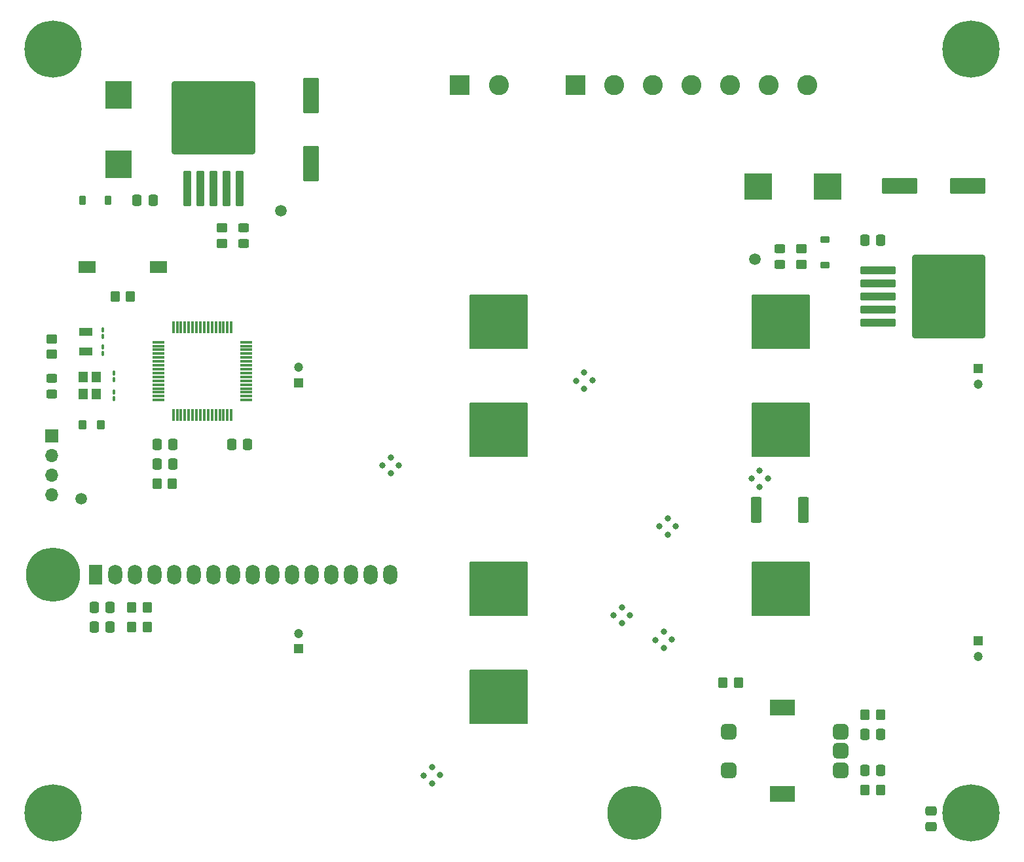
<source format=gbr>
%TF.GenerationSoftware,KiCad,Pcbnew,7.0.10*%
%TF.CreationDate,2024-06-18T13:30:52+03:00*%
%TF.ProjectId,driver-bridge-side,64726976-6572-42d6-9272-696467652d73,rev?*%
%TF.SameCoordinates,Original*%
%TF.FileFunction,Soldermask,Top*%
%TF.FilePolarity,Negative*%
%FSLAX46Y46*%
G04 Gerber Fmt 4.6, Leading zero omitted, Abs format (unit mm)*
G04 Created by KiCad (PCBNEW 7.0.10) date 2024-06-18 13:30:52*
%MOMM*%
%LPD*%
G01*
G04 APERTURE LIST*
G04 Aperture macros list*
%AMRoundRect*
0 Rectangle with rounded corners*
0 $1 Rounding radius*
0 $2 $3 $4 $5 $6 $7 $8 $9 X,Y pos of 4 corners*
0 Add a 4 corners polygon primitive as box body*
4,1,4,$2,$3,$4,$5,$6,$7,$8,$9,$2,$3,0*
0 Add four circle primitives for the rounded corners*
1,1,$1+$1,$2,$3*
1,1,$1+$1,$4,$5*
1,1,$1+$1,$6,$7*
1,1,$1+$1,$8,$9*
0 Add four rect primitives between the rounded corners*
20,1,$1+$1,$2,$3,$4,$5,0*
20,1,$1+$1,$4,$5,$6,$7,0*
20,1,$1+$1,$6,$7,$8,$9,0*
20,1,$1+$1,$8,$9,$2,$3,0*%
G04 Aperture macros list end*
%ADD10C,0.200000*%
%ADD11C,0.800000*%
%ADD12C,1.500000*%
%ADD13RoundRect,0.250000X-0.350000X-0.450000X0.350000X-0.450000X0.350000X0.450000X-0.350000X0.450000X0*%
%ADD14RoundRect,0.250000X-0.337500X-0.475000X0.337500X-0.475000X0.337500X0.475000X-0.337500X0.475000X0*%
%ADD15R,1.800000X1.000000*%
%ADD16RoundRect,0.250000X-0.450000X0.325000X-0.450000X-0.325000X0.450000X-0.325000X0.450000X0.325000X0*%
%ADD17RoundRect,0.250000X0.450000X-0.325000X0.450000X0.325000X-0.450000X0.325000X-0.450000X-0.325000X0*%
%ADD18RoundRect,0.250000X0.350000X0.450000X-0.350000X0.450000X-0.350000X-0.450000X0.350000X-0.450000X0*%
%ADD19RoundRect,0.250000X0.337500X0.475000X-0.337500X0.475000X-0.337500X-0.475000X0.337500X-0.475000X0*%
%ADD20C,7.000000*%
%ADD21C,7.400000*%
%ADD22RoundRect,0.250000X-0.475000X0.337500X-0.475000X-0.337500X0.475000X-0.337500X0.475000X0.337500X0*%
%ADD23RoundRect,0.250000X0.450000X-0.350000X0.450000X0.350000X-0.450000X0.350000X-0.450000X-0.350000X0*%
%ADD24RoundRect,0.225000X0.375000X-0.225000X0.375000X0.225000X-0.375000X0.225000X-0.375000X-0.225000X0*%
%ADD25RoundRect,0.250001X0.799999X-2.049999X0.799999X2.049999X-0.799999X2.049999X-0.799999X-2.049999X0*%
%ADD26RoundRect,0.225000X0.225000X0.375000X-0.225000X0.375000X-0.225000X-0.375000X0.225000X-0.375000X0*%
%ADD27R,1.200000X1.400000*%
%ADD28R,1.700000X1.700000*%
%ADD29O,1.700000X1.700000*%
%ADD30RoundRect,0.250001X-2.049999X-0.799999X2.049999X-0.799999X2.049999X0.799999X-2.049999X0.799999X0*%
%ADD31R,2.180000X1.600000*%
%ADD32RoundRect,0.250000X0.300000X-2.050000X0.300000X2.050000X-0.300000X2.050000X-0.300000X-2.050000X0*%
%ADD33RoundRect,0.250002X5.149998X-4.449998X5.149998X4.449998X-5.149998X4.449998X-5.149998X-4.449998X0*%
%ADD34RoundRect,0.249999X0.450001X1.425001X-0.450001X1.425001X-0.450001X-1.425001X0.450001X-1.425001X0*%
%ADD35RoundRect,0.250000X-2.050000X-0.300000X2.050000X-0.300000X2.050000X0.300000X-2.050000X0.300000X0*%
%ADD36RoundRect,0.250002X-4.449998X-5.149998X4.449998X-5.149998X4.449998X5.149998X-4.449998X5.149998X0*%
%ADD37R,3.200000X2.000000*%
%ADD38RoundRect,0.500000X0.500000X0.500000X-0.500000X0.500000X-0.500000X-0.500000X0.500000X-0.500000X0*%
%ADD39RoundRect,0.100000X0.100000X-0.217500X0.100000X0.217500X-0.100000X0.217500X-0.100000X-0.217500X0*%
%ADD40RoundRect,0.075000X-0.700000X-0.075000X0.700000X-0.075000X0.700000X0.075000X-0.700000X0.075000X0*%
%ADD41RoundRect,0.075000X-0.075000X-0.700000X0.075000X-0.700000X0.075000X0.700000X-0.075000X0.700000X0*%
%ADD42RoundRect,0.250000X-0.275000X-0.350000X0.275000X-0.350000X0.275000X0.350000X-0.275000X0.350000X0*%
%ADD43R,1.800000X2.600000*%
%ADD44O,1.800000X2.600000*%
%ADD45R,3.500000X3.550000*%
%ADD46R,3.550000X3.500000*%
%ADD47R,2.600000X2.600000*%
%ADD48C,2.600000*%
%ADD49R,1.200000X1.200000*%
%ADD50C,1.200000*%
G04 APERTURE END LIST*
D10*
X107950000Y-49403000D02*
X115316000Y-49403000D01*
X115316000Y-56261000D01*
X107950000Y-56261000D01*
X107950000Y-49403000D01*
G36*
X107950000Y-49403000D02*
G01*
X115316000Y-49403000D01*
X115316000Y-56261000D01*
X107950000Y-56261000D01*
X107950000Y-49403000D01*
G37*
X71501000Y-83947000D02*
X78867000Y-83947000D01*
X78867000Y-90805000D01*
X71501000Y-90805000D01*
X71501000Y-83947000D01*
G36*
X71501000Y-83947000D02*
G01*
X78867000Y-83947000D01*
X78867000Y-90805000D01*
X71501000Y-90805000D01*
X71501000Y-83947000D01*
G37*
X71501000Y-63373000D02*
X78867000Y-63373000D01*
X78867000Y-70231000D01*
X71501000Y-70231000D01*
X71501000Y-63373000D01*
G36*
X71501000Y-63373000D02*
G01*
X78867000Y-63373000D01*
X78867000Y-70231000D01*
X71501000Y-70231000D01*
X71501000Y-63373000D01*
G37*
X107950000Y-83947000D02*
X115316000Y-83947000D01*
X115316000Y-90805000D01*
X107950000Y-90805000D01*
X107950000Y-83947000D01*
G36*
X107950000Y-83947000D02*
G01*
X115316000Y-83947000D01*
X115316000Y-90805000D01*
X107950000Y-90805000D01*
X107950000Y-83947000D01*
G37*
X71501000Y-49403000D02*
X78867000Y-49403000D01*
X78867000Y-56261000D01*
X71501000Y-56261000D01*
X71501000Y-49403000D01*
G36*
X71501000Y-49403000D02*
G01*
X78867000Y-49403000D01*
X78867000Y-56261000D01*
X71501000Y-56261000D01*
X71501000Y-49403000D01*
G37*
X107950000Y-63373000D02*
X115316000Y-63373000D01*
X115316000Y-70231000D01*
X107950000Y-70231000D01*
X107950000Y-63373000D01*
G36*
X107950000Y-63373000D02*
G01*
X115316000Y-63373000D01*
X115316000Y-70231000D01*
X107950000Y-70231000D01*
X107950000Y-63373000D01*
G37*
X71501000Y-97917000D02*
X78867000Y-97917000D01*
X78867000Y-104775000D01*
X71501000Y-104775000D01*
X71501000Y-97917000D01*
G36*
X71501000Y-97917000D02*
G01*
X78867000Y-97917000D01*
X78867000Y-104775000D01*
X71501000Y-104775000D01*
X71501000Y-97917000D01*
G37*
D11*
%TO.C,*%
X86212764Y-59398144D03*
%TD*%
%TO.C,*%
X96520000Y-94996000D03*
%TD*%
D12*
%TO.C,J6*%
X21209000Y-75692000D03*
%TD*%
D11*
%TO.C,*%
X98074703Y-79246604D03*
%TD*%
D13*
%TO.C,R17*%
X25550000Y-49530000D03*
X27550000Y-49530000D03*
%TD*%
D14*
%TO.C,C32*%
X22860472Y-92275691D03*
X24935472Y-92275691D03*
%TD*%
D11*
%TO.C,*%
X97038467Y-80314939D03*
%TD*%
D14*
%TO.C,C36*%
X122508100Y-106172000D03*
X124583100Y-106172000D03*
%TD*%
D15*
%TO.C,Y2*%
X21750000Y-56622000D03*
X21750000Y-54122000D03*
%TD*%
D14*
%TO.C,C28*%
X40612500Y-68707000D03*
X42687500Y-68707000D03*
%TD*%
D16*
%TO.C,D3*%
X111506000Y-43335000D03*
X111506000Y-45385000D03*
%TD*%
D13*
%TO.C,R18*%
X27707972Y-92275691D03*
X29707972Y-92275691D03*
%TD*%
D17*
%TO.C,D25*%
X17388877Y-62189333D03*
X17388877Y-60139333D03*
%TD*%
D18*
%TO.C,R19*%
X29707972Y-89735691D03*
X27707972Y-89735691D03*
%TD*%
D19*
%TO.C,C33*%
X24935472Y-89735691D03*
X22860472Y-89735691D03*
%TD*%
D11*
%TO.C,*%
X95970829Y-79270155D03*
%TD*%
D20*
%TO.C,H5*%
X17526000Y-85525300D03*
%TD*%
D11*
%TO.C,V*%
X90022763Y-90766097D03*
%TD*%
%TO.C,H2*%
X14751000Y-17526000D03*
X15563779Y-15563779D03*
X15563779Y-19488221D03*
X17526000Y-14751000D03*
D21*
X17526000Y-17526000D03*
D11*
X17526000Y-20301000D03*
X19488221Y-15563779D03*
X19488221Y-19488221D03*
X20301000Y-17526000D03*
%TD*%
D20*
%TO.C,H6*%
X92710000Y-116332000D03*
%TD*%
D11*
%TO.C,V*%
X91090401Y-91810881D03*
%TD*%
D14*
%TO.C,C31*%
X30972500Y-71247000D03*
X33047500Y-71247000D03*
%TD*%
D22*
%TO.C,C4*%
X131064000Y-116056500D03*
X131064000Y-118131500D03*
%TD*%
D11*
%TO.C,H4*%
X133496000Y-116332000D03*
X134308779Y-114369779D03*
X134308779Y-118294221D03*
X136271000Y-113557000D03*
D21*
X136271000Y-116332000D03*
D11*
X136271000Y-119107000D03*
X138233221Y-114369779D03*
X138233221Y-118294221D03*
X139046000Y-116332000D03*
%TD*%
D12*
%TO.C,J3*%
X46990000Y-38475000D03*
%TD*%
D13*
%TO.C,R16*%
X30980000Y-73787000D03*
X32980000Y-73787000D03*
%TD*%
D11*
%TO.C,*%
X62253027Y-71341115D03*
%TD*%
%TO.C,V*%
X91079934Y-89727942D03*
%TD*%
D23*
%TO.C,R14*%
X17399000Y-57007000D03*
X17399000Y-55007000D03*
%TD*%
%TO.C,R1*%
X114300000Y-45360000D03*
X114300000Y-43360000D03*
%TD*%
D24*
%TO.C,D1*%
X117348000Y-45465000D03*
X117348000Y-42165000D03*
%TD*%
D13*
%TO.C,R20*%
X122545600Y-113385600D03*
X124545600Y-113385600D03*
%TD*%
D25*
%TO.C,C6*%
X50927000Y-32334000D03*
X50927000Y-23534000D03*
%TD*%
D14*
%TO.C,C2*%
X122484867Y-42286845D03*
X124559867Y-42286845D03*
%TD*%
D26*
%TO.C,D2*%
X24645000Y-37084000D03*
X21345000Y-37084000D03*
%TD*%
D13*
%TO.C,R21*%
X122545600Y-103632000D03*
X124545600Y-103632000D03*
%TD*%
D27*
%TO.C,Y1*%
X23150000Y-62187000D03*
X23150000Y-59987000D03*
X21450000Y-59987000D03*
X21450000Y-62187000D03*
%TD*%
D11*
%TO.C,H3*%
X133496000Y-17526000D03*
X134308779Y-15563779D03*
X134308779Y-19488221D03*
X136271000Y-14751000D03*
D21*
X136271000Y-17526000D03*
D11*
X136271000Y-20301000D03*
X138233221Y-15563779D03*
X138233221Y-19488221D03*
X139046000Y-17526000D03*
%TD*%
%TO.C,*%
X109952047Y-73087965D03*
%TD*%
D28*
%TO.C,J7*%
X17399000Y-67574000D03*
D29*
X17399000Y-70114000D03*
X17399000Y-72654000D03*
X17399000Y-75194000D03*
%TD*%
D30*
%TO.C,C5*%
X127000000Y-35200940D03*
X135800000Y-35200940D03*
%TD*%
D31*
%TO.C,SW1*%
X21960000Y-45720000D03*
X31140000Y-45720000D03*
%TD*%
D11*
%TO.C,*%
X97028000Y-78232000D03*
%TD*%
D18*
%TO.C,R22*%
X106150600Y-99530600D03*
X104150600Y-99530600D03*
%TD*%
D11*
%TO.C,*%
X66540499Y-110449266D03*
%TD*%
D32*
%TO.C,U2*%
X34846000Y-35554000D03*
X36546000Y-35554000D03*
X38246000Y-35554000D03*
D33*
X38246000Y-26404000D03*
D32*
X39946000Y-35554000D03*
X41646000Y-35554000D03*
%TD*%
D34*
%TO.C,R7*%
X114529210Y-77162421D03*
X108429210Y-77162421D03*
%TD*%
D11*
%TO.C,*%
X65483328Y-111487421D03*
%TD*%
%TO.C,*%
X107848173Y-73111516D03*
%TD*%
%TO.C,V*%
X92126637Y-90742546D03*
%TD*%
D35*
%TO.C,U1*%
X124200000Y-46130000D03*
X124200000Y-47830000D03*
X124200000Y-49530000D03*
D36*
X133350000Y-49530000D03*
D35*
X124200000Y-51230000D03*
X124200000Y-52930000D03*
%TD*%
D23*
%TO.C,R2*%
X39364000Y-42650000D03*
X39364000Y-40650000D03*
%TD*%
D11*
%TO.C,*%
X61206324Y-70326511D03*
%TD*%
%TO.C,*%
X97556236Y-93927665D03*
%TD*%
%TO.C,*%
X87259467Y-60412748D03*
%TD*%
%TO.C,*%
X108915811Y-74156300D03*
%TD*%
%TO.C,*%
X61216791Y-72409450D03*
%TD*%
D16*
%TO.C,D4*%
X42164000Y-40625000D03*
X42164000Y-42675000D03*
%TD*%
D11*
%TO.C,*%
X85155593Y-60436299D03*
%TD*%
D37*
%TO.C,SW2*%
X111865600Y-113905600D03*
X111865600Y-102705600D03*
D38*
X119365600Y-110805600D03*
X119365600Y-105805600D03*
X119365600Y-108305600D03*
X104865600Y-105805600D03*
X104865600Y-110805600D03*
%TD*%
D39*
%TO.C,C22*%
X25400000Y-60274500D03*
X25400000Y-59459500D03*
%TD*%
D40*
%TO.C,U9*%
X31155000Y-55432000D03*
X31155000Y-55932000D03*
X31155000Y-56432000D03*
X31155000Y-56932000D03*
X31155000Y-57432000D03*
X31155000Y-57932000D03*
X31155000Y-58432000D03*
X31155000Y-58932000D03*
X31155000Y-59432000D03*
X31155000Y-59932000D03*
X31155000Y-60432000D03*
X31155000Y-60932000D03*
X31155000Y-61432000D03*
X31155000Y-61932000D03*
X31155000Y-62432000D03*
X31155000Y-62932000D03*
D41*
X33080000Y-64857000D03*
X33580000Y-64857000D03*
X34080000Y-64857000D03*
X34580000Y-64857000D03*
X35080000Y-64857000D03*
X35580000Y-64857000D03*
X36080000Y-64857000D03*
X36580000Y-64857000D03*
X37080000Y-64857000D03*
X37580000Y-64857000D03*
X38080000Y-64857000D03*
X38580000Y-64857000D03*
X39080000Y-64857000D03*
X39580000Y-64857000D03*
X40080000Y-64857000D03*
X40580000Y-64857000D03*
D40*
X42505000Y-62932000D03*
X42505000Y-62432000D03*
X42505000Y-61932000D03*
X42505000Y-61432000D03*
X42505000Y-60932000D03*
X42505000Y-60432000D03*
X42505000Y-59932000D03*
X42505000Y-59432000D03*
X42505000Y-58932000D03*
X42505000Y-58432000D03*
X42505000Y-57932000D03*
X42505000Y-57432000D03*
X42505000Y-56932000D03*
X42505000Y-56432000D03*
X42505000Y-55932000D03*
X42505000Y-55432000D03*
D41*
X40580000Y-53507000D03*
X40080000Y-53507000D03*
X39580000Y-53507000D03*
X39080000Y-53507000D03*
X38580000Y-53507000D03*
X38080000Y-53507000D03*
X37580000Y-53507000D03*
X37080000Y-53507000D03*
X36580000Y-53507000D03*
X36080000Y-53507000D03*
X35580000Y-53507000D03*
X35080000Y-53507000D03*
X34580000Y-53507000D03*
X34080000Y-53507000D03*
X33580000Y-53507000D03*
X33080000Y-53507000D03*
%TD*%
D14*
%TO.C,C35*%
X122508100Y-110845600D03*
X124583100Y-110845600D03*
%TD*%
D42*
%TO.C,L3*%
X21370000Y-66167000D03*
X23670000Y-66167000D03*
%TD*%
D43*
%TO.C,DS1*%
X23025100Y-85525300D03*
D44*
X25565100Y-85525300D03*
X28105100Y-85525300D03*
X30645100Y-85525300D03*
X33185100Y-85525300D03*
X35725100Y-85525300D03*
X38265100Y-85525300D03*
X40805100Y-85525300D03*
X43345100Y-85525300D03*
X45885100Y-85525300D03*
X48425100Y-85525300D03*
X50965100Y-85525300D03*
X53505100Y-85525300D03*
X56045100Y-85525300D03*
X58585100Y-85525300D03*
X61125100Y-85525300D03*
%TD*%
D11*
%TO.C,*%
X60149153Y-71364666D03*
%TD*%
%TO.C,*%
X67587202Y-111463870D03*
%TD*%
%TO.C,*%
X66550966Y-112532205D03*
%TD*%
%TO.C,*%
X86223231Y-61481083D03*
%TD*%
%TO.C,*%
X95452362Y-93951216D03*
%TD*%
%TO.C,*%
X96509533Y-92913061D03*
%TD*%
D39*
%TO.C,C25*%
X24000000Y-56899500D03*
X24000000Y-56084500D03*
%TD*%
%TO.C,C23*%
X25400000Y-62714500D03*
X25400000Y-61899500D03*
%TD*%
D11*
%TO.C,H1*%
X14751000Y-116332000D03*
X15563779Y-114369779D03*
X15563779Y-118294221D03*
X17526000Y-113557000D03*
D21*
X17526000Y-116332000D03*
D11*
X17526000Y-119107000D03*
X19488221Y-114369779D03*
X19488221Y-118294221D03*
X20301000Y-116332000D03*
%TD*%
%TO.C,*%
X108905344Y-72073361D03*
%TD*%
D19*
%TO.C,C30*%
X33047500Y-68707000D03*
X30972500Y-68707000D03*
%TD*%
D39*
%TO.C,C24*%
X24000000Y-54659500D03*
X24000000Y-53844500D03*
%TD*%
D45*
%TO.C,L2*%
X26035000Y-32409000D03*
X26035000Y-23459000D03*
%TD*%
D46*
%TO.C,L1*%
X108725593Y-35319845D03*
X117675593Y-35319845D03*
%TD*%
D19*
%TO.C,C3*%
X30442500Y-37124000D03*
X28367500Y-37124000D03*
%TD*%
D12*
%TO.C,J4*%
X108331000Y-44704000D03*
%TD*%
D47*
%TO.C,J1*%
X85070000Y-22225000D03*
D48*
X90070000Y-22225000D03*
X95070000Y-22225000D03*
X100070000Y-22225000D03*
X105070000Y-22225000D03*
X110070000Y-22225000D03*
X115070000Y-22225000D03*
%TD*%
D47*
%TO.C,J2*%
X70126000Y-22174000D03*
D48*
X75206000Y-22174000D03*
%TD*%
D49*
%TO.C,C13*%
X49276000Y-60721529D03*
D50*
X49276000Y-58721529D03*
%TD*%
D49*
%TO.C,C12*%
X137160000Y-94090160D03*
D50*
X137160000Y-96090160D03*
%TD*%
D49*
%TO.C,C11*%
X49276000Y-95118600D03*
D50*
X49276000Y-93118600D03*
%TD*%
D49*
%TO.C,C14*%
X137160000Y-58851401D03*
D50*
X137160000Y-60851401D03*
%TD*%
M02*

</source>
